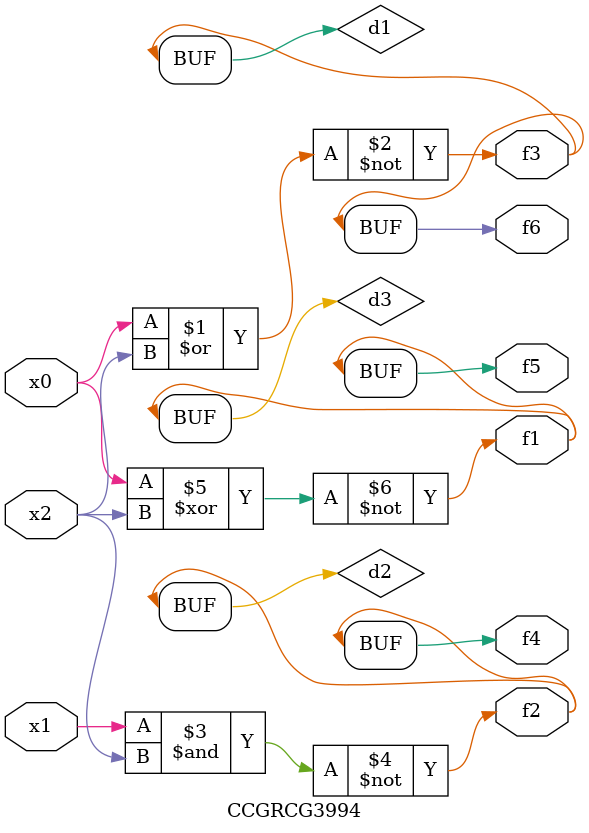
<source format=v>
module CCGRCG3994(
	input x0, x1, x2,
	output f1, f2, f3, f4, f5, f6
);

	wire d1, d2, d3;

	nor (d1, x0, x2);
	nand (d2, x1, x2);
	xnor (d3, x0, x2);
	assign f1 = d3;
	assign f2 = d2;
	assign f3 = d1;
	assign f4 = d2;
	assign f5 = d3;
	assign f6 = d1;
endmodule

</source>
